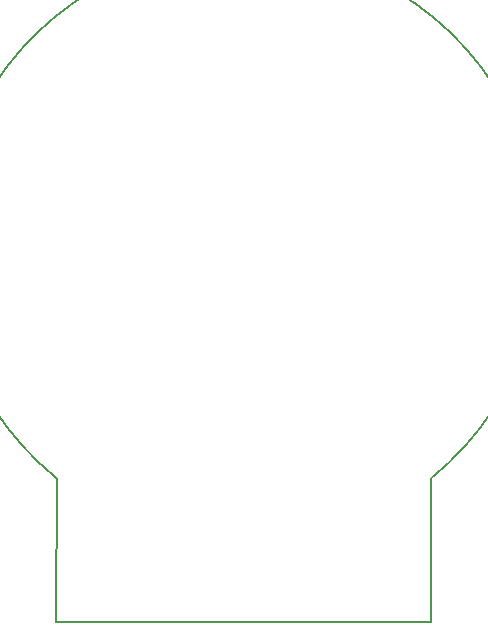
<source format=gbr>
%FSLAX34Y34*%
%MOMM*%
%LNOUTLINE*%
G71*
G01*
%ADD10C, 0.16*%
%LPD*%
G54D10*
G75*
G01X157781Y-447902D02*
G03X-159396Y-447902I-158589J195840D01*
G01*
G54D10*
X-159557Y-569560D02*
X157943Y-569560D01*
X157781Y-447902D01*
G54D10*
X-159557Y-569560D02*
X-159396Y-447902D01*
M02*

</source>
